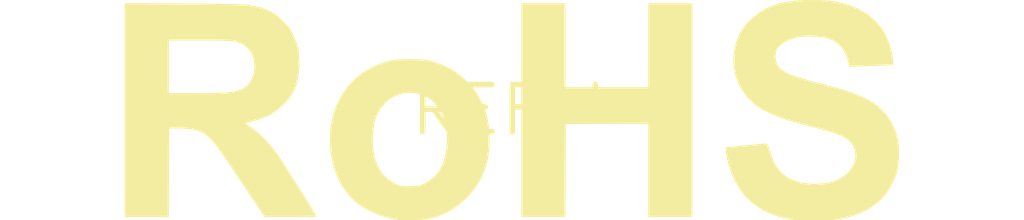
<source format=kicad_pcb>
(kicad_pcb (version 20240108) (generator pcbnew)
  (layers (0 "F.Cu" signal) (31 "B.Cu" signal) (34 "B.Paste" user) (35 "F.Paste" user) (36 "B.SilkS" user "B.Silkscreen") (37 "F.SilkS" user "F.Silkscreen") (38 "B.Mask" user) (39 "F.Mask" user) (44 "Edge.Cuts" user))
  (net 0 "")
  (footprint "RoHS-Logo_6mm_SilkScreen" (layer "F.Cu") (at 0 0)
    (property "Reference" "REF**")
    (property "Value" "RoHS-Logo_6mm_SilkScreen")
    (fp_poly (pts (xy 1.42875 -0.612321) (xy 3.673928 -0.612321) (xy 3.673928 -2.880179) (xy 4.853214 -2.880179) (xy 4.853214 2.880179) (xy 3.673928 2.880179) (xy 3.673928 0.36243) (xy 2.557008 0.368313) (xy 1.440089 0.374196) (xy 1.434227 1.627187) (xy 1.428365 2.880179) (xy 0.249464 2.880179) (xy 0.249464 -2.880179) (xy 1.42875 -2.880179) (xy 1.42875 -0.612321)) (layer "F.SilkS") (stroke (width 0.01)) (fill solid))
    (fp_poly (pts (xy -2.766786 -1.369861) (xy -2.615368 -1.368819) (xy -2.498683 -1.365855) (xy -2.406119 -1.35994) (xy -2.327062 -1.350049) (xy -2.250896 -1.335153) (xy -2.167008 -1.314228) (xy -2.153023 -1.310484) (xy -1.862869 -1.20975) (xy -1.595309 -1.071021) (xy -1.353326 -0.896787) (xy -1.139905 -0.689533) (xy -0.958029 -0.451747) (xy -0.815064 -0.195322) (xy -0.731969 0.008601) (xy -0.673332 0.217963) (xy -0.636252 0.445596) (xy -0.619143 0.671394) (xy -0.622054 1.005223) (xy -0.661734 1.313691) (xy -0.739026 1.599125) (xy -0.854774 1.863849) (xy -1.009819 2.110189) (xy -1.205004 2.340472) (xy -1.234956 2.370937) (xy -1.456295 2.5665) (xy -1.690889 2.721647) (xy -1.946531 2.840986) (xy -2.135724 2.903854) (xy -2.253995 2.929662) (xy -2.403738 2.950474) (xy -2.571249 2.965339) (xy -2.742822 2.97331) (xy -2.904753 2.973438) (xy -3.032462 2.965912) (xy -3.269147 2.926899) (xy -3.513177 2.858784) (xy -3.752483 2.766426) (xy -3.974996 2.654685) (xy -4.168647 2.528419) (xy -4.220137 2.487747) (xy -4.413802 2.297838) (xy -4.578561 2.075038) (xy -4.712694 1.822762) (xy -4.814481 1.544424) (xy -4.882203 1.24344) (xy -4.89611 1.145268) (xy -4.918669 0.801926) (xy -4.918221 0.79375) (xy -3.769799 0.79375) (xy -3.756071 1.063973) (xy -3.712314 1.30124) (xy -3.637779 1.507234) (xy -3.531718 1.683638) (xy -3.393384 1.832135) (xy -3.265689 1.927695) (xy -3.159493 1.989022) (xy -3.059603 2.028883) (xy -2.951801 2.050725) (xy -2.821871 2.057998) (xy -2.732768 2.056954) (xy -2.616089 2.05172) (xy -2.529679 2.041662) (xy -2.458495 2.023986) (xy -2.387495 1.995903) (xy -2.376305 1.990793) (xy -2.242011 1.910974) (xy -2.110281 1.801219) (xy -1.996385 1.675136) (xy -1.953045 1.613617) (xy -1.876705 1.461827) (xy -1.817553 1.278326) (xy -1.777588 1.074143) (xy -1.758812 0.860304) (xy -1.763223 0.647838) (xy -1.768312 0.595092) (xy -1.80533 0.365291) (xy -1.861592 0.171242) (xy -1.939812 0.006456) (xy -2.042709 -0.135554) (xy -2.099103 -0.195045) (xy -2.259903 -0.322754) (xy -2.436653 -0.41135) (xy -2.623394 -0.460836) (xy -2.814166 -0.471212) (xy -3.003009 -0.44248) (xy -3.183965 -0.374642) (xy -3.351073 -0.2677) (xy -3.432435 -0.194718) (xy -3.556616 -0.047009) (xy -3.650672 0.118858) (xy -3.716363 0.308039) (xy -3.75545 0.525694) (xy -3.769694 0.77698) (xy -3.769799 0.79375) (xy -4.918221 0.79375) (xy -4.900706 0.474671) (xy -4.842751 0.165131) (xy -4.745329 -0.125067) (xy -4.608969 -0.394296) (xy -4.434197 -0.640927) (xy -4.255358 -0.832033) (xy -4.038311 -1.00736) (xy -3.790274 -1.15411) (xy -3.518293 -1.268405) (xy -3.388479 -1.30863) (xy -3.301869 -1.331632) (xy -3.227258 -1.348137) (xy -3.154117 -1.359185) (xy -3.071918 -1.365811) (xy -2.970132 -1.369053) (xy -2.838229 -1.369947) (xy -2.766786 -1.369861)) (layer "F.SilkS") (stroke (width 0.01)) (fill solid))
    (fp_poly (pts (xy -8.861652 -2.872954) (xy -8.505405 -2.870235) (xy -8.187134 -2.86702) (xy -7.907855 -2.86333) (xy -7.668584 -2.859186) (xy -7.470337 -2.854609) (xy -7.314129 -2.84962) (xy -7.200976 -2.84424) (xy -7.131893 -2.838489) (xy -7.121072 -2.836901) (xy -6.91057 -2.795776) (xy -6.736407 -2.750064) (xy -6.589567 -2.695637) (xy -6.461035 -2.628368) (xy -6.341796 -2.544132) (xy -6.222832 -2.4388) (xy -6.197601 -2.414167) (xy -6.102109 -2.315495) (xy -6.031593 -2.230617) (xy -5.97545 -2.145193) (xy -5.923081 -2.044883) (xy -5.920266 -2.038998) (xy -5.85113 -1.883256) (xy -5.802871 -1.744381) (xy -5.772223 -1.607352) (xy -5.755921 -1.457144) (xy -5.7507 -1.278735) (xy -5.750662 -1.258661) (xy -5.76256 -1.004707) (xy -5.800139 -0.782572) (xy -5.866225 -0.584896) (xy -5.963644 -0.404321) (xy -6.095221 -0.233487) (xy -6.177789 -0.146348) (xy -6.288577 -0.043442) (xy -6.399505 0.042462) (xy -6.518579 0.115341) (xy -6.653806 0.17917) (xy -6.81319 0.237928) (xy -7.004739 0.29559) (xy -7.140572 0.331866) (xy -7.216769 0.351518) (xy -7.049858 0.464581) (xy -6.880055 0.595003) (xy -6.705 0.757436) (xy -6.535086 0.941314) (xy -6.380705 1.136076) (xy -6.357854 1.167946) (xy -6.318862 1.225149) (xy -6.262238 1.310945) (xy -6.190977 1.420589) (xy -6.108073 1.549336) (xy -6.016522 1.692441) (xy -5.919316 1.845156) (xy -5.819452 2.002738) (xy -5.719923 2.16044) (xy -5.623725 2.313517) (xy -5.533851 2.457224) (xy -5.453297 2.586814) (xy -5.385057 2.697542) (xy -5.332125 2.784663) (xy -5.297497 2.843431) (xy -5.284166 2.869101) (xy -5.284108 2.869531) (xy -5.305875 2.872164) (xy -5.36753 2.87456) (xy -5.463605 2.876635) (xy -5.588631 2.878308) (xy -5.73714 2.879494) (xy -5.903662 2.88011) (xy -5.983188 2.880179) (xy -6.682268 2.880179) (xy -7.261583 2.012723) (xy -7.386485 1.826423) (xy -7.509316 1.644574) (xy -7.626628 1.472186) (xy -7.734972 1.314272) (xy -7.830901 1.17584) (xy -7.910965 1.061902) (xy -7.971718 0.977469) (xy -7.999559 0.940342) (xy -8.119728 0.797055) (xy -8.236606 0.686516) (xy -8.35857 0.604885) (xy -8.493996 0.548317) (xy -8.651261 0.512969) (xy -8.838742 0.495) (xy -8.979396 0.490833) (xy -9.264197 0.487589) (xy -9.275937 2.880179) (xy -10.454822 2.880179) (xy -10.454822 -1.882321) (xy -9.275536 -1.882321) (xy -9.275536 -0.453571) (xy -8.566831 -0.453758) (xy -8.380818 -0.454547) (xy -8.199682 -0.456691) (xy -8.031074 -0.459994) (xy -7.882647 -0.464264) (xy -7.762052 -0.469309) (xy -7.676939 -0.474934) (xy -7.659973 -0.476648) (xy -7.48138 -0.504984) (xy -7.339586 -0.546299) (xy -7.22714 -0.603623) (xy -7.136588 -0.679983) (xy -7.123031 -0.694853) (xy -7.030162 -0.832364) (xy -6.974813 -0.992368) (xy -6.95608 -1.177548) (xy -6.956109 -1.190625) (xy -6.97545 -1.375932) (xy -7.030341 -1.53308) (xy -7.120889 -1.662215) (xy -7.247199 -1.763482) (xy -7.409381 -1.837026) (xy -7.439209 -1.846392) (xy -7.47781 -1.855941) (xy -7.526016 -1.863695) (xy -7.588547 -1.869828) (xy -7.670123 -1.874513) (xy -7.775465 -1.877923) (xy -7.909292 -1.880232) (xy -8.076324 -1.881612) (xy -8.281282 -1.882237) (xy -8.417867 -1.882321) (xy -9.275536 -1.882321) (xy -10.454822 -1.882321) (xy -10.454822 -2.883424) (xy -8.861652 -2.872954)) (layer "F.SilkS") (stroke (width 0.01)) (fill solid))
    (fp_poly (pts (xy 8.486632 -2.955013) (xy 8.715956 -2.927503) (xy 8.925995 -2.883063) (xy 9.124833 -2.820289) (xy 9.320557 -2.737774) (xy 9.363706 -2.716977) (xy 9.597308 -2.578687) (xy 9.797374 -2.410047) (xy 9.964331 -2.210564) (xy 10.098605 -1.979746) (xy 10.185327 -1.764637) (xy 10.221998 -1.636645) (xy 10.250695 -1.501404) (xy 10.265667 -1.38933) (xy 10.279241 -1.213304) (xy 10.21395 -1.212074) (xy 10.172922 -1.210933) (xy 10.093991 -1.208414) (xy 9.984579 -1.204768) (xy 9.852112 -1.200242) (xy 9.704014 -1.195086) (xy 9.627053 -1.192372) (xy 9.105446 -1.173899) (xy 9.064182 -1.334266) (xy 8.994587 -1.527005) (xy 8.893741 -1.688021) (xy 8.76287 -1.815954) (xy 8.603204 -1.909441) (xy 8.515803 -1.941959) (xy 8.410822 -1.965005) (xy 8.274864 -1.980945) (xy 8.121807 -1.989404) (xy 7.965529 -1.990006) (xy 7.819909 -1.982374) (xy 7.698824 -1.966134) (xy 7.690025 -1.964327) (xy 7.513834 -1.913657) (xy 7.360331 -1.843139) (xy 7.236255 -1.75682) (xy 7.148346 -1.658748) (xy 7.130386 -1.628314) (xy 7.107454 -1.551975) (xy 7.099531 -1.452542) (xy 7.10669 -1.349744) (xy 7.129004 -1.263315) (xy 7.129032 -1.263248) (xy 7.164967 -1.203893) (xy 7.220362 -1.138673) (xy 7.247407 -1.112884) (xy 7.306873 -1.065768) (xy 7.376214 -1.021711) (xy 7.459893 -0.979099) (xy 7.562377 -0.936318) (xy 7.68813 -0.891752) (xy 7.841618 -0.843787) (xy 8.027305 -0.790808) (xy 8.249657 -0.731201) (xy 8.436428 -0.682897) (xy 8.750274 -0.598703) (xy 9.023178 -0.516417) (xy 9.259378 -0.433902) (xy 9.463107 -0.349023) (xy 9.638601 -0.259643) (xy 9.790096 -0.163625) (xy 9.921828 -0.058833) (xy 10.038031 0.056868) (xy 10.133647 0.173166) (xy 10.242507 0.345468) (xy 10.33252 0.542798) (xy 10.395397 0.746074) (xy 10.407405 0.803585) (xy 10.425052 0.945109) (xy 10.432548 1.110686) (xy 10.430263 1.284673) (xy 10.418569 1.451429) (xy 10.397839 1.595314) (xy 10.3875 1.641401) (xy 10.323079 1.832721) (xy 10.22911 2.030214) (xy 10.114633 2.216207) (xy 10.048303 2.304613) (xy 9.873069 2.485408) (xy 9.662131 2.640166) (xy 9.417594 2.767908) (xy 9.141561 2.867654) (xy 8.836136 2.938424) (xy 8.622637 2.968445) (xy 8.446432 2.982327) (xy 8.250022 2.989306) (xy 8.047612 2.989504) (xy 7.853409 2.983046) (xy 7.681616 2.970055) (xy 7.597321 2.959498) (xy 7.287341 2.89874) (xy 7.012881 2.814451) (xy 6.769461 2.704486) (xy 6.552604 2.566698) (xy 6.357829 2.398942) (xy 6.29804 2.337078) (xy 6.151579 2.151526) (xy 6.021569 1.932745) (xy 5.912629 1.691292) (xy 5.829375 1.437725) (xy 5.776423 1.182601) (xy 5.769406 1.128259) (xy 5.762091 1.055101) (xy 5.763756 1.016161) (xy 5.777626 1.000666) (xy 5.806928 0.997842) (xy 5.808454 0.99784) (xy 5.846837 0.995702) (xy 5.922629 0.989746) (xy 6.028103 0.980644) (xy 6.155533 0.969066) (xy 6.297193 0.955683) (xy 6.327321 0.952775) (xy 6.501296 0.935879) (xy 6.635424 0.923213) (xy 6.73503 0.914932) (xy 6.805442 0.91119) (xy 6.851985 0.912139) (xy 6.879986 0.917934) (xy 6.894771 0.928728) (xy 6.901666 0.944676) (xy 6.905997 0.965932) (xy 6.906738 0.969509) (xy 6.937902 1.084752) (xy 6.983833 1.217631) (xy 7.037496 1.350014) (xy 7.091854 1.463769) (xy 7.113243 1.501702) (xy 7.236881 1.663918) (xy 7.392416 1.794475) (xy 7.578787 1.892873) (xy 7.794931 1.958616) (xy 8.039789 1.991205) (xy 8.164285 1.994927) (xy 8.417181 1.980309) (xy 8.637328 1.935989) (xy 8.826849 1.861266) (xy 8.987868 1.75544) (xy 9.044309 1.704697) (xy 9.156896 1.569232) (xy 9.230659 1.424532) (xy 9.265015 1.276086) (xy 9.259382 1.12938) (xy 9.213178 0.989904) (xy 9.132789 0.870925) (xy 9.082217 0.819365) (xy 9.023219 0.772122) (xy 8.951629 0.727619) (xy 8.863284 0.68428) (xy 8.754019 0.640527) (xy 8.619669 0.594785) (xy 8.456069 0.545477) (xy 8.259056 0.491026) (xy 8.024465 0.429856) (xy 7.853667 0.386699) (xy 7.501473 0.289589) (xy 7.192105 0.185409) (xy 6.926115 0.074386) (xy 6.704059 -0.043255) (xy 6.558187 -0.142157) (xy 6.369578 -0.314291) (xy 6.215784 -0.511615) (xy 6.097833 -0.729054) (xy 6.016757 -0.961535) (xy 5.973584 -1.203983) (xy 5.969346 -1.451323) (xy 6.005073 -1.698482) (xy 6.081794 -1.940384) (xy 6.16007 -2.103201) (xy 6.284884 -2.286923) (xy 6.445529 -2.458497) (xy 6.632659 -2.609836) (xy 6.83693 -2.732855) (xy 6.944721 -2.782095) (xy 7.111354 -2.844381) (xy 7.271902 -2.891318) (xy 7.437851 -2.92502) (xy 7.620689 -2.9476) (xy 7.831903 -2.961174) (xy 7.937791 -2.964866) (xy 8.229939 -2.966999) (xy 8.486632 -2.955013)) (layer "F.SilkS") (stroke (width 0.01)) (fill solid))
  )
)
</source>
